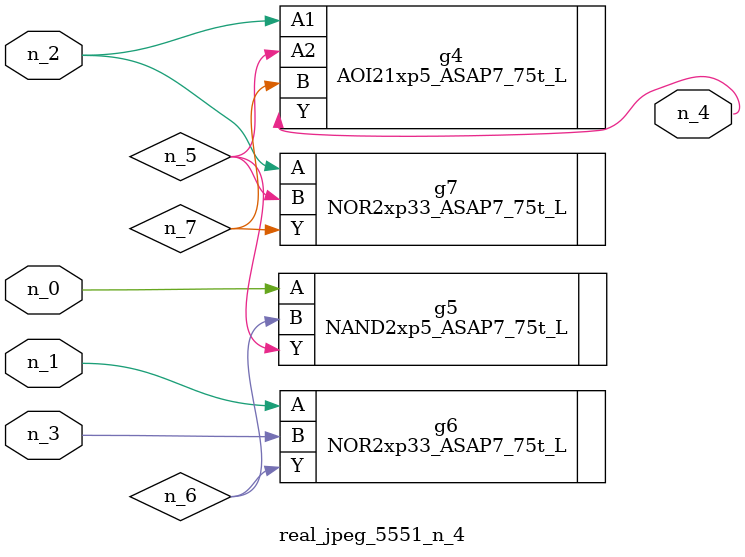
<source format=v>
module real_jpeg_5551_n_4 (n_3, n_1, n_0, n_2, n_4);

input n_3;
input n_1;
input n_0;
input n_2;

output n_4;

wire n_5;
wire n_6;
wire n_7;

NAND2xp5_ASAP7_75t_L g5 ( 
.A(n_0),
.B(n_6),
.Y(n_5)
);

NOR2xp33_ASAP7_75t_L g6 ( 
.A(n_1),
.B(n_3),
.Y(n_6)
);

AOI21xp5_ASAP7_75t_L g4 ( 
.A1(n_2),
.A2(n_5),
.B(n_7),
.Y(n_4)
);

NOR2xp33_ASAP7_75t_L g7 ( 
.A(n_2),
.B(n_5),
.Y(n_7)
);


endmodule
</source>
